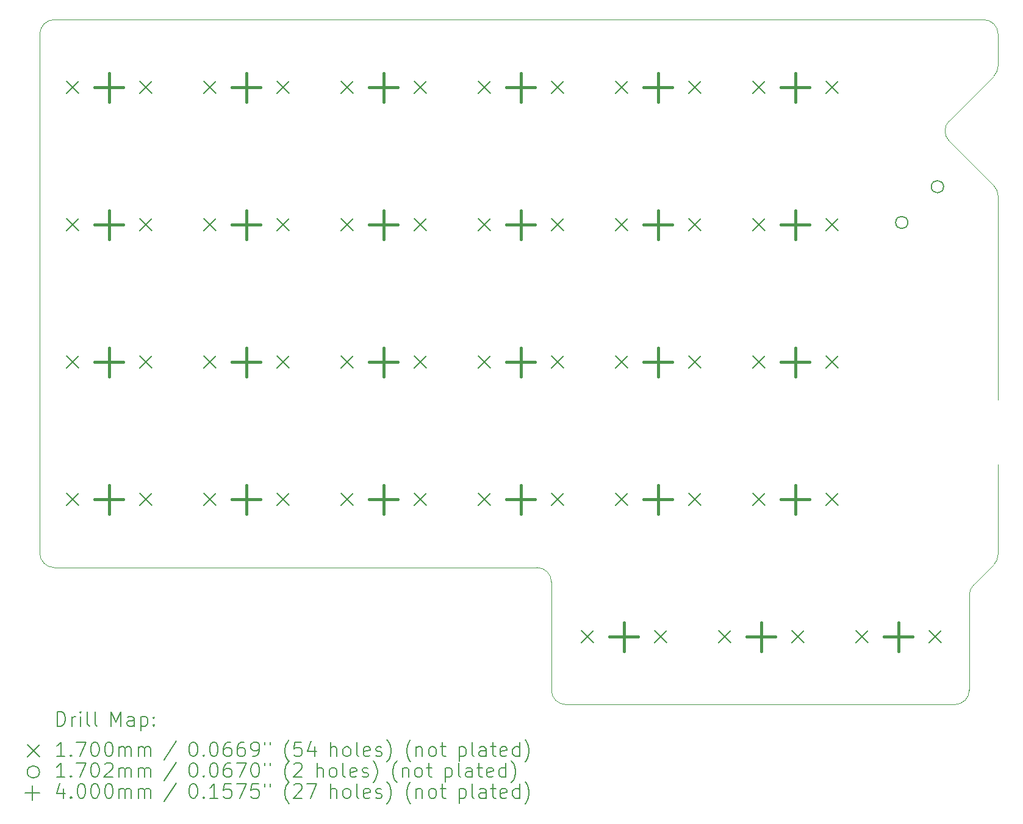
<source format=gbr>
%TF.GenerationSoftware,KiCad,Pcbnew,(7.0.0)*%
%TF.CreationDate,2024-01-17T20:31:43+01:00*%
%TF.ProjectId,junon-kb,6a756e6f-6e2d-46b6-922e-6b696361645f,rev?*%
%TF.SameCoordinates,Original*%
%TF.FileFunction,Drillmap*%
%TF.FilePolarity,Positive*%
%FSLAX45Y45*%
G04 Gerber Fmt 4.5, Leading zero omitted, Abs format (unit mm)*
G04 Created by KiCad (PCBNEW (7.0.0)) date 2024-01-17 20:31:43*
%MOMM*%
%LPD*%
G01*
G04 APERTURE LIST*
%ADD10C,0.100000*%
%ADD11C,0.200000*%
%ADD12C,0.170000*%
%ADD13C,0.170180*%
%ADD14C,0.400000*%
G04 APERTURE END LIST*
D10*
X20100003Y-6045685D02*
G75*
G03*
X20041421Y-5904264I-200003J-5D01*
G01*
X19421419Y-5001419D02*
G75*
G03*
X19421421Y-5284264I141421J-141421D01*
G01*
X20041421Y-4381421D02*
G75*
G03*
X20100000Y-4240000I-141421J141421D01*
G01*
X20100000Y-4240000D02*
X20100000Y-3800000D01*
X19421421Y-5001421D02*
X20041421Y-4381421D01*
X20041421Y-5904264D02*
X19421421Y-5284264D01*
X20100000Y-8870000D02*
X20100000Y-6045685D01*
X20100000Y-11017157D02*
X20100000Y-9770000D01*
X20100000Y-3800000D02*
G75*
G03*
X19900000Y-3600000I-200000J0D01*
G01*
X19700000Y-12900000D02*
X19700000Y-11582843D01*
X7000000Y-11200000D02*
X13700000Y-11200000D01*
X19758577Y-11441420D02*
G75*
G03*
X19700000Y-11582843I141423J-141420D01*
G01*
X7000000Y-3600000D02*
G75*
G03*
X6800000Y-3800000I0J-200000D01*
G01*
X20041423Y-11158580D02*
G75*
G03*
X20100000Y-11017157I-141423J141420D01*
G01*
X19900000Y-3600000D02*
X7000000Y-3600000D01*
X13900000Y-12900000D02*
G75*
G03*
X14100000Y-13100000I200000J0D01*
G01*
X6800000Y-3800000D02*
X6800000Y-11000000D01*
X13900000Y-11400000D02*
X13900000Y-12900000D01*
X13900000Y-11400000D02*
G75*
G03*
X13700000Y-11200000I-200000J0D01*
G01*
X14100000Y-13100000D02*
X19500000Y-13100000D01*
X19500000Y-13100000D02*
G75*
G03*
X19700000Y-12900000I0J200000D01*
G01*
X6800000Y-11000000D02*
G75*
G03*
X7000000Y-11200000I200000J0D01*
G01*
X19758579Y-11441421D02*
X20041421Y-11158579D01*
D11*
D12*
X7168000Y-4454000D02*
X7338000Y-4624000D01*
X7338000Y-4454000D02*
X7168000Y-4624000D01*
X7168000Y-6359000D02*
X7338000Y-6529000D01*
X7338000Y-6359000D02*
X7168000Y-6529000D01*
X7168000Y-8264000D02*
X7338000Y-8434000D01*
X7338000Y-8264000D02*
X7168000Y-8434000D01*
X7168000Y-10169000D02*
X7338000Y-10339000D01*
X7338000Y-10169000D02*
X7168000Y-10339000D01*
X8184000Y-4454000D02*
X8354000Y-4624000D01*
X8354000Y-4454000D02*
X8184000Y-4624000D01*
X8184000Y-6359000D02*
X8354000Y-6529000D01*
X8354000Y-6359000D02*
X8184000Y-6529000D01*
X8184000Y-8264000D02*
X8354000Y-8434000D01*
X8354000Y-8264000D02*
X8184000Y-8434000D01*
X8184000Y-10169000D02*
X8354000Y-10339000D01*
X8354000Y-10169000D02*
X8184000Y-10339000D01*
X9073000Y-4454000D02*
X9243000Y-4624000D01*
X9243000Y-4454000D02*
X9073000Y-4624000D01*
X9073000Y-6359000D02*
X9243000Y-6529000D01*
X9243000Y-6359000D02*
X9073000Y-6529000D01*
X9073000Y-8264000D02*
X9243000Y-8434000D01*
X9243000Y-8264000D02*
X9073000Y-8434000D01*
X9073000Y-10169000D02*
X9243000Y-10339000D01*
X9243000Y-10169000D02*
X9073000Y-10339000D01*
X10089000Y-4454000D02*
X10259000Y-4624000D01*
X10259000Y-4454000D02*
X10089000Y-4624000D01*
X10089000Y-6359000D02*
X10259000Y-6529000D01*
X10259000Y-6359000D02*
X10089000Y-6529000D01*
X10089000Y-8264000D02*
X10259000Y-8434000D01*
X10259000Y-8264000D02*
X10089000Y-8434000D01*
X10089000Y-10169000D02*
X10259000Y-10339000D01*
X10259000Y-10169000D02*
X10089000Y-10339000D01*
X10978000Y-4454000D02*
X11148000Y-4624000D01*
X11148000Y-4454000D02*
X10978000Y-4624000D01*
X10978000Y-6359000D02*
X11148000Y-6529000D01*
X11148000Y-6359000D02*
X10978000Y-6529000D01*
X10978000Y-8264000D02*
X11148000Y-8434000D01*
X11148000Y-8264000D02*
X10978000Y-8434000D01*
X10978000Y-10169000D02*
X11148000Y-10339000D01*
X11148000Y-10169000D02*
X10978000Y-10339000D01*
X11994000Y-4454000D02*
X12164000Y-4624000D01*
X12164000Y-4454000D02*
X11994000Y-4624000D01*
X11994000Y-6359000D02*
X12164000Y-6529000D01*
X12164000Y-6359000D02*
X11994000Y-6529000D01*
X11994000Y-8264000D02*
X12164000Y-8434000D01*
X12164000Y-8264000D02*
X11994000Y-8434000D01*
X11994000Y-10169000D02*
X12164000Y-10339000D01*
X12164000Y-10169000D02*
X11994000Y-10339000D01*
X12883000Y-4454000D02*
X13053000Y-4624000D01*
X13053000Y-4454000D02*
X12883000Y-4624000D01*
X12883000Y-6359000D02*
X13053000Y-6529000D01*
X13053000Y-6359000D02*
X12883000Y-6529000D01*
X12883000Y-8264000D02*
X13053000Y-8434000D01*
X13053000Y-8264000D02*
X12883000Y-8434000D01*
X12883000Y-10169000D02*
X13053000Y-10339000D01*
X13053000Y-10169000D02*
X12883000Y-10339000D01*
X13899000Y-4454000D02*
X14069000Y-4624000D01*
X14069000Y-4454000D02*
X13899000Y-4624000D01*
X13899000Y-6359000D02*
X14069000Y-6529000D01*
X14069000Y-6359000D02*
X13899000Y-6529000D01*
X13899000Y-8264000D02*
X14069000Y-8434000D01*
X14069000Y-8264000D02*
X13899000Y-8434000D01*
X13899000Y-10169000D02*
X14069000Y-10339000D01*
X14069000Y-10169000D02*
X13899000Y-10339000D01*
X14311750Y-12074000D02*
X14481750Y-12244000D01*
X14481750Y-12074000D02*
X14311750Y-12244000D01*
X14788000Y-4454000D02*
X14958000Y-4624000D01*
X14958000Y-4454000D02*
X14788000Y-4624000D01*
X14788000Y-6359000D02*
X14958000Y-6529000D01*
X14958000Y-6359000D02*
X14788000Y-6529000D01*
X14788000Y-8264000D02*
X14958000Y-8434000D01*
X14958000Y-8264000D02*
X14788000Y-8434000D01*
X14788000Y-10169000D02*
X14958000Y-10339000D01*
X14958000Y-10169000D02*
X14788000Y-10339000D01*
X15327750Y-12074000D02*
X15497750Y-12244000D01*
X15497750Y-12074000D02*
X15327750Y-12244000D01*
X15804000Y-4454000D02*
X15974000Y-4624000D01*
X15974000Y-4454000D02*
X15804000Y-4624000D01*
X15804000Y-6359000D02*
X15974000Y-6529000D01*
X15974000Y-6359000D02*
X15804000Y-6529000D01*
X15804000Y-8264000D02*
X15974000Y-8434000D01*
X15974000Y-8264000D02*
X15804000Y-8434000D01*
X15804000Y-10169000D02*
X15974000Y-10339000D01*
X15974000Y-10169000D02*
X15804000Y-10339000D01*
X16216750Y-12074000D02*
X16386750Y-12244000D01*
X16386750Y-12074000D02*
X16216750Y-12244000D01*
X16693000Y-4454000D02*
X16863000Y-4624000D01*
X16863000Y-4454000D02*
X16693000Y-4624000D01*
X16693000Y-6359000D02*
X16863000Y-6529000D01*
X16863000Y-6359000D02*
X16693000Y-6529000D01*
X16693000Y-8264000D02*
X16863000Y-8434000D01*
X16863000Y-8264000D02*
X16693000Y-8434000D01*
X16693000Y-10169000D02*
X16863000Y-10339000D01*
X16863000Y-10169000D02*
X16693000Y-10339000D01*
X17232750Y-12074000D02*
X17402750Y-12244000D01*
X17402750Y-12074000D02*
X17232750Y-12244000D01*
X17709000Y-4454000D02*
X17879000Y-4624000D01*
X17879000Y-4454000D02*
X17709000Y-4624000D01*
X17709000Y-6359000D02*
X17879000Y-6529000D01*
X17879000Y-6359000D02*
X17709000Y-6529000D01*
X17709000Y-8264000D02*
X17879000Y-8434000D01*
X17879000Y-8264000D02*
X17709000Y-8434000D01*
X17709000Y-10169000D02*
X17879000Y-10339000D01*
X17879000Y-10169000D02*
X17709000Y-10339000D01*
X18121750Y-12074000D02*
X18291750Y-12244000D01*
X18291750Y-12074000D02*
X18121750Y-12244000D01*
X19137750Y-12074000D02*
X19307750Y-12244000D01*
X19307750Y-12074000D02*
X19137750Y-12244000D01*
D13*
X18847496Y-6412820D02*
G75*
G03*
X18847496Y-6412820I-85090J0D01*
G01*
X19343206Y-5917110D02*
G75*
G03*
X19343206Y-5917110I-85090J0D01*
G01*
D14*
X7761000Y-4339000D02*
X7761000Y-4739000D01*
X7561000Y-4539000D02*
X7961000Y-4539000D01*
X7761000Y-6244000D02*
X7761000Y-6644000D01*
X7561000Y-6444000D02*
X7961000Y-6444000D01*
X7761000Y-8149000D02*
X7761000Y-8549000D01*
X7561000Y-8349000D02*
X7961000Y-8349000D01*
X7761000Y-10054000D02*
X7761000Y-10454000D01*
X7561000Y-10254000D02*
X7961000Y-10254000D01*
X9666000Y-4339000D02*
X9666000Y-4739000D01*
X9466000Y-4539000D02*
X9866000Y-4539000D01*
X9666000Y-6244000D02*
X9666000Y-6644000D01*
X9466000Y-6444000D02*
X9866000Y-6444000D01*
X9666000Y-8149000D02*
X9666000Y-8549000D01*
X9466000Y-8349000D02*
X9866000Y-8349000D01*
X9666000Y-10054000D02*
X9666000Y-10454000D01*
X9466000Y-10254000D02*
X9866000Y-10254000D01*
X11571000Y-4339000D02*
X11571000Y-4739000D01*
X11371000Y-4539000D02*
X11771000Y-4539000D01*
X11571000Y-6244000D02*
X11571000Y-6644000D01*
X11371000Y-6444000D02*
X11771000Y-6444000D01*
X11571000Y-8149000D02*
X11571000Y-8549000D01*
X11371000Y-8349000D02*
X11771000Y-8349000D01*
X11571000Y-10054000D02*
X11571000Y-10454000D01*
X11371000Y-10254000D02*
X11771000Y-10254000D01*
X13476000Y-4339000D02*
X13476000Y-4739000D01*
X13276000Y-4539000D02*
X13676000Y-4539000D01*
X13476000Y-6244000D02*
X13476000Y-6644000D01*
X13276000Y-6444000D02*
X13676000Y-6444000D01*
X13476000Y-8149000D02*
X13476000Y-8549000D01*
X13276000Y-8349000D02*
X13676000Y-8349000D01*
X13476000Y-10054000D02*
X13476000Y-10454000D01*
X13276000Y-10254000D02*
X13676000Y-10254000D01*
X14904750Y-11959000D02*
X14904750Y-12359000D01*
X14704750Y-12159000D02*
X15104750Y-12159000D01*
X15381000Y-4339000D02*
X15381000Y-4739000D01*
X15181000Y-4539000D02*
X15581000Y-4539000D01*
X15381000Y-6244000D02*
X15381000Y-6644000D01*
X15181000Y-6444000D02*
X15581000Y-6444000D01*
X15381000Y-8149000D02*
X15381000Y-8549000D01*
X15181000Y-8349000D02*
X15581000Y-8349000D01*
X15381000Y-10054000D02*
X15381000Y-10454000D01*
X15181000Y-10254000D02*
X15581000Y-10254000D01*
X16809750Y-11959000D02*
X16809750Y-12359000D01*
X16609750Y-12159000D02*
X17009750Y-12159000D01*
X17286000Y-4339000D02*
X17286000Y-4739000D01*
X17086000Y-4539000D02*
X17486000Y-4539000D01*
X17286000Y-6244000D02*
X17286000Y-6644000D01*
X17086000Y-6444000D02*
X17486000Y-6444000D01*
X17286000Y-8149000D02*
X17286000Y-8549000D01*
X17086000Y-8349000D02*
X17486000Y-8349000D01*
X17286000Y-10054000D02*
X17286000Y-10454000D01*
X17086000Y-10254000D02*
X17486000Y-10254000D01*
X18714750Y-11959000D02*
X18714750Y-12359000D01*
X18514750Y-12159000D02*
X18914750Y-12159000D01*
D11*
X7042619Y-13398476D02*
X7042619Y-13198476D01*
X7042619Y-13198476D02*
X7090238Y-13198476D01*
X7090238Y-13198476D02*
X7118809Y-13208000D01*
X7118809Y-13208000D02*
X7137857Y-13227048D01*
X7137857Y-13227048D02*
X7147381Y-13246095D01*
X7147381Y-13246095D02*
X7156905Y-13284190D01*
X7156905Y-13284190D02*
X7156905Y-13312762D01*
X7156905Y-13312762D02*
X7147381Y-13350857D01*
X7147381Y-13350857D02*
X7137857Y-13369905D01*
X7137857Y-13369905D02*
X7118809Y-13388952D01*
X7118809Y-13388952D02*
X7090238Y-13398476D01*
X7090238Y-13398476D02*
X7042619Y-13398476D01*
X7242619Y-13398476D02*
X7242619Y-13265143D01*
X7242619Y-13303238D02*
X7252143Y-13284190D01*
X7252143Y-13284190D02*
X7261667Y-13274667D01*
X7261667Y-13274667D02*
X7280714Y-13265143D01*
X7280714Y-13265143D02*
X7299762Y-13265143D01*
X7366428Y-13398476D02*
X7366428Y-13265143D01*
X7366428Y-13198476D02*
X7356905Y-13208000D01*
X7356905Y-13208000D02*
X7366428Y-13217524D01*
X7366428Y-13217524D02*
X7375952Y-13208000D01*
X7375952Y-13208000D02*
X7366428Y-13198476D01*
X7366428Y-13198476D02*
X7366428Y-13217524D01*
X7490238Y-13398476D02*
X7471190Y-13388952D01*
X7471190Y-13388952D02*
X7461667Y-13369905D01*
X7461667Y-13369905D02*
X7461667Y-13198476D01*
X7595000Y-13398476D02*
X7575952Y-13388952D01*
X7575952Y-13388952D02*
X7566428Y-13369905D01*
X7566428Y-13369905D02*
X7566428Y-13198476D01*
X7791190Y-13398476D02*
X7791190Y-13198476D01*
X7791190Y-13198476D02*
X7857857Y-13341333D01*
X7857857Y-13341333D02*
X7924524Y-13198476D01*
X7924524Y-13198476D02*
X7924524Y-13398476D01*
X8105476Y-13398476D02*
X8105476Y-13293714D01*
X8105476Y-13293714D02*
X8095952Y-13274667D01*
X8095952Y-13274667D02*
X8076905Y-13265143D01*
X8076905Y-13265143D02*
X8038809Y-13265143D01*
X8038809Y-13265143D02*
X8019762Y-13274667D01*
X8105476Y-13388952D02*
X8086428Y-13398476D01*
X8086428Y-13398476D02*
X8038809Y-13398476D01*
X8038809Y-13398476D02*
X8019762Y-13388952D01*
X8019762Y-13388952D02*
X8010238Y-13369905D01*
X8010238Y-13369905D02*
X8010238Y-13350857D01*
X8010238Y-13350857D02*
X8019762Y-13331809D01*
X8019762Y-13331809D02*
X8038809Y-13322286D01*
X8038809Y-13322286D02*
X8086428Y-13322286D01*
X8086428Y-13322286D02*
X8105476Y-13312762D01*
X8200714Y-13265143D02*
X8200714Y-13465143D01*
X8200714Y-13274667D02*
X8219762Y-13265143D01*
X8219762Y-13265143D02*
X8257857Y-13265143D01*
X8257857Y-13265143D02*
X8276905Y-13274667D01*
X8276905Y-13274667D02*
X8286428Y-13284190D01*
X8286428Y-13284190D02*
X8295952Y-13303238D01*
X8295952Y-13303238D02*
X8295952Y-13360381D01*
X8295952Y-13360381D02*
X8286428Y-13379428D01*
X8286428Y-13379428D02*
X8276905Y-13388952D01*
X8276905Y-13388952D02*
X8257857Y-13398476D01*
X8257857Y-13398476D02*
X8219762Y-13398476D01*
X8219762Y-13398476D02*
X8200714Y-13388952D01*
X8381667Y-13379428D02*
X8391190Y-13388952D01*
X8391190Y-13388952D02*
X8381667Y-13398476D01*
X8381667Y-13398476D02*
X8372143Y-13388952D01*
X8372143Y-13388952D02*
X8381667Y-13379428D01*
X8381667Y-13379428D02*
X8381667Y-13398476D01*
X8381667Y-13274667D02*
X8391190Y-13284190D01*
X8391190Y-13284190D02*
X8381667Y-13293714D01*
X8381667Y-13293714D02*
X8372143Y-13284190D01*
X8372143Y-13284190D02*
X8381667Y-13274667D01*
X8381667Y-13274667D02*
X8381667Y-13293714D01*
D12*
X6625000Y-13660000D02*
X6795000Y-13830000D01*
X6795000Y-13660000D02*
X6625000Y-13830000D01*
D11*
X7147381Y-13818476D02*
X7033095Y-13818476D01*
X7090238Y-13818476D02*
X7090238Y-13618476D01*
X7090238Y-13618476D02*
X7071190Y-13647048D01*
X7071190Y-13647048D02*
X7052143Y-13666095D01*
X7052143Y-13666095D02*
X7033095Y-13675619D01*
X7233095Y-13799428D02*
X7242619Y-13808952D01*
X7242619Y-13808952D02*
X7233095Y-13818476D01*
X7233095Y-13818476D02*
X7223571Y-13808952D01*
X7223571Y-13808952D02*
X7233095Y-13799428D01*
X7233095Y-13799428D02*
X7233095Y-13818476D01*
X7309286Y-13618476D02*
X7442619Y-13618476D01*
X7442619Y-13618476D02*
X7356905Y-13818476D01*
X7556905Y-13618476D02*
X7575952Y-13618476D01*
X7575952Y-13618476D02*
X7595000Y-13628000D01*
X7595000Y-13628000D02*
X7604524Y-13637524D01*
X7604524Y-13637524D02*
X7614048Y-13656571D01*
X7614048Y-13656571D02*
X7623571Y-13694667D01*
X7623571Y-13694667D02*
X7623571Y-13742286D01*
X7623571Y-13742286D02*
X7614048Y-13780381D01*
X7614048Y-13780381D02*
X7604524Y-13799428D01*
X7604524Y-13799428D02*
X7595000Y-13808952D01*
X7595000Y-13808952D02*
X7575952Y-13818476D01*
X7575952Y-13818476D02*
X7556905Y-13818476D01*
X7556905Y-13818476D02*
X7537857Y-13808952D01*
X7537857Y-13808952D02*
X7528333Y-13799428D01*
X7528333Y-13799428D02*
X7518809Y-13780381D01*
X7518809Y-13780381D02*
X7509286Y-13742286D01*
X7509286Y-13742286D02*
X7509286Y-13694667D01*
X7509286Y-13694667D02*
X7518809Y-13656571D01*
X7518809Y-13656571D02*
X7528333Y-13637524D01*
X7528333Y-13637524D02*
X7537857Y-13628000D01*
X7537857Y-13628000D02*
X7556905Y-13618476D01*
X7747381Y-13618476D02*
X7766429Y-13618476D01*
X7766429Y-13618476D02*
X7785476Y-13628000D01*
X7785476Y-13628000D02*
X7795000Y-13637524D01*
X7795000Y-13637524D02*
X7804524Y-13656571D01*
X7804524Y-13656571D02*
X7814048Y-13694667D01*
X7814048Y-13694667D02*
X7814048Y-13742286D01*
X7814048Y-13742286D02*
X7804524Y-13780381D01*
X7804524Y-13780381D02*
X7795000Y-13799428D01*
X7795000Y-13799428D02*
X7785476Y-13808952D01*
X7785476Y-13808952D02*
X7766429Y-13818476D01*
X7766429Y-13818476D02*
X7747381Y-13818476D01*
X7747381Y-13818476D02*
X7728333Y-13808952D01*
X7728333Y-13808952D02*
X7718809Y-13799428D01*
X7718809Y-13799428D02*
X7709286Y-13780381D01*
X7709286Y-13780381D02*
X7699762Y-13742286D01*
X7699762Y-13742286D02*
X7699762Y-13694667D01*
X7699762Y-13694667D02*
X7709286Y-13656571D01*
X7709286Y-13656571D02*
X7718809Y-13637524D01*
X7718809Y-13637524D02*
X7728333Y-13628000D01*
X7728333Y-13628000D02*
X7747381Y-13618476D01*
X7899762Y-13818476D02*
X7899762Y-13685143D01*
X7899762Y-13704190D02*
X7909286Y-13694667D01*
X7909286Y-13694667D02*
X7928333Y-13685143D01*
X7928333Y-13685143D02*
X7956905Y-13685143D01*
X7956905Y-13685143D02*
X7975952Y-13694667D01*
X7975952Y-13694667D02*
X7985476Y-13713714D01*
X7985476Y-13713714D02*
X7985476Y-13818476D01*
X7985476Y-13713714D02*
X7995000Y-13694667D01*
X7995000Y-13694667D02*
X8014048Y-13685143D01*
X8014048Y-13685143D02*
X8042619Y-13685143D01*
X8042619Y-13685143D02*
X8061667Y-13694667D01*
X8061667Y-13694667D02*
X8071190Y-13713714D01*
X8071190Y-13713714D02*
X8071190Y-13818476D01*
X8166429Y-13818476D02*
X8166429Y-13685143D01*
X8166429Y-13704190D02*
X8175952Y-13694667D01*
X8175952Y-13694667D02*
X8195000Y-13685143D01*
X8195000Y-13685143D02*
X8223571Y-13685143D01*
X8223571Y-13685143D02*
X8242619Y-13694667D01*
X8242619Y-13694667D02*
X8252143Y-13713714D01*
X8252143Y-13713714D02*
X8252143Y-13818476D01*
X8252143Y-13713714D02*
X8261667Y-13694667D01*
X8261667Y-13694667D02*
X8280714Y-13685143D01*
X8280714Y-13685143D02*
X8309286Y-13685143D01*
X8309286Y-13685143D02*
X8328333Y-13694667D01*
X8328333Y-13694667D02*
X8337857Y-13713714D01*
X8337857Y-13713714D02*
X8337857Y-13818476D01*
X8695952Y-13608952D02*
X8524524Y-13866095D01*
X8920714Y-13618476D02*
X8939762Y-13618476D01*
X8939762Y-13618476D02*
X8958810Y-13628000D01*
X8958810Y-13628000D02*
X8968333Y-13637524D01*
X8968333Y-13637524D02*
X8977857Y-13656571D01*
X8977857Y-13656571D02*
X8987381Y-13694667D01*
X8987381Y-13694667D02*
X8987381Y-13742286D01*
X8987381Y-13742286D02*
X8977857Y-13780381D01*
X8977857Y-13780381D02*
X8968333Y-13799428D01*
X8968333Y-13799428D02*
X8958810Y-13808952D01*
X8958810Y-13808952D02*
X8939762Y-13818476D01*
X8939762Y-13818476D02*
X8920714Y-13818476D01*
X8920714Y-13818476D02*
X8901667Y-13808952D01*
X8901667Y-13808952D02*
X8892143Y-13799428D01*
X8892143Y-13799428D02*
X8882619Y-13780381D01*
X8882619Y-13780381D02*
X8873095Y-13742286D01*
X8873095Y-13742286D02*
X8873095Y-13694667D01*
X8873095Y-13694667D02*
X8882619Y-13656571D01*
X8882619Y-13656571D02*
X8892143Y-13637524D01*
X8892143Y-13637524D02*
X8901667Y-13628000D01*
X8901667Y-13628000D02*
X8920714Y-13618476D01*
X9073095Y-13799428D02*
X9082619Y-13808952D01*
X9082619Y-13808952D02*
X9073095Y-13818476D01*
X9073095Y-13818476D02*
X9063572Y-13808952D01*
X9063572Y-13808952D02*
X9073095Y-13799428D01*
X9073095Y-13799428D02*
X9073095Y-13818476D01*
X9206429Y-13618476D02*
X9225476Y-13618476D01*
X9225476Y-13618476D02*
X9244524Y-13628000D01*
X9244524Y-13628000D02*
X9254048Y-13637524D01*
X9254048Y-13637524D02*
X9263572Y-13656571D01*
X9263572Y-13656571D02*
X9273095Y-13694667D01*
X9273095Y-13694667D02*
X9273095Y-13742286D01*
X9273095Y-13742286D02*
X9263572Y-13780381D01*
X9263572Y-13780381D02*
X9254048Y-13799428D01*
X9254048Y-13799428D02*
X9244524Y-13808952D01*
X9244524Y-13808952D02*
X9225476Y-13818476D01*
X9225476Y-13818476D02*
X9206429Y-13818476D01*
X9206429Y-13818476D02*
X9187381Y-13808952D01*
X9187381Y-13808952D02*
X9177857Y-13799428D01*
X9177857Y-13799428D02*
X9168333Y-13780381D01*
X9168333Y-13780381D02*
X9158810Y-13742286D01*
X9158810Y-13742286D02*
X9158810Y-13694667D01*
X9158810Y-13694667D02*
X9168333Y-13656571D01*
X9168333Y-13656571D02*
X9177857Y-13637524D01*
X9177857Y-13637524D02*
X9187381Y-13628000D01*
X9187381Y-13628000D02*
X9206429Y-13618476D01*
X9444524Y-13618476D02*
X9406429Y-13618476D01*
X9406429Y-13618476D02*
X9387381Y-13628000D01*
X9387381Y-13628000D02*
X9377857Y-13637524D01*
X9377857Y-13637524D02*
X9358810Y-13666095D01*
X9358810Y-13666095D02*
X9349286Y-13704190D01*
X9349286Y-13704190D02*
X9349286Y-13780381D01*
X9349286Y-13780381D02*
X9358810Y-13799428D01*
X9358810Y-13799428D02*
X9368333Y-13808952D01*
X9368333Y-13808952D02*
X9387381Y-13818476D01*
X9387381Y-13818476D02*
X9425476Y-13818476D01*
X9425476Y-13818476D02*
X9444524Y-13808952D01*
X9444524Y-13808952D02*
X9454048Y-13799428D01*
X9454048Y-13799428D02*
X9463572Y-13780381D01*
X9463572Y-13780381D02*
X9463572Y-13732762D01*
X9463572Y-13732762D02*
X9454048Y-13713714D01*
X9454048Y-13713714D02*
X9444524Y-13704190D01*
X9444524Y-13704190D02*
X9425476Y-13694667D01*
X9425476Y-13694667D02*
X9387381Y-13694667D01*
X9387381Y-13694667D02*
X9368333Y-13704190D01*
X9368333Y-13704190D02*
X9358810Y-13713714D01*
X9358810Y-13713714D02*
X9349286Y-13732762D01*
X9635000Y-13618476D02*
X9596905Y-13618476D01*
X9596905Y-13618476D02*
X9577857Y-13628000D01*
X9577857Y-13628000D02*
X9568333Y-13637524D01*
X9568333Y-13637524D02*
X9549286Y-13666095D01*
X9549286Y-13666095D02*
X9539762Y-13704190D01*
X9539762Y-13704190D02*
X9539762Y-13780381D01*
X9539762Y-13780381D02*
X9549286Y-13799428D01*
X9549286Y-13799428D02*
X9558810Y-13808952D01*
X9558810Y-13808952D02*
X9577857Y-13818476D01*
X9577857Y-13818476D02*
X9615953Y-13818476D01*
X9615953Y-13818476D02*
X9635000Y-13808952D01*
X9635000Y-13808952D02*
X9644524Y-13799428D01*
X9644524Y-13799428D02*
X9654048Y-13780381D01*
X9654048Y-13780381D02*
X9654048Y-13732762D01*
X9654048Y-13732762D02*
X9644524Y-13713714D01*
X9644524Y-13713714D02*
X9635000Y-13704190D01*
X9635000Y-13704190D02*
X9615953Y-13694667D01*
X9615953Y-13694667D02*
X9577857Y-13694667D01*
X9577857Y-13694667D02*
X9558810Y-13704190D01*
X9558810Y-13704190D02*
X9549286Y-13713714D01*
X9549286Y-13713714D02*
X9539762Y-13732762D01*
X9749286Y-13818476D02*
X9787381Y-13818476D01*
X9787381Y-13818476D02*
X9806429Y-13808952D01*
X9806429Y-13808952D02*
X9815953Y-13799428D01*
X9815953Y-13799428D02*
X9835000Y-13770857D01*
X9835000Y-13770857D02*
X9844524Y-13732762D01*
X9844524Y-13732762D02*
X9844524Y-13656571D01*
X9844524Y-13656571D02*
X9835000Y-13637524D01*
X9835000Y-13637524D02*
X9825476Y-13628000D01*
X9825476Y-13628000D02*
X9806429Y-13618476D01*
X9806429Y-13618476D02*
X9768333Y-13618476D01*
X9768333Y-13618476D02*
X9749286Y-13628000D01*
X9749286Y-13628000D02*
X9739762Y-13637524D01*
X9739762Y-13637524D02*
X9730238Y-13656571D01*
X9730238Y-13656571D02*
X9730238Y-13704190D01*
X9730238Y-13704190D02*
X9739762Y-13723238D01*
X9739762Y-13723238D02*
X9749286Y-13732762D01*
X9749286Y-13732762D02*
X9768333Y-13742286D01*
X9768333Y-13742286D02*
X9806429Y-13742286D01*
X9806429Y-13742286D02*
X9825476Y-13732762D01*
X9825476Y-13732762D02*
X9835000Y-13723238D01*
X9835000Y-13723238D02*
X9844524Y-13704190D01*
X9920714Y-13618476D02*
X9920714Y-13656571D01*
X9996905Y-13618476D02*
X9996905Y-13656571D01*
X10259762Y-13894667D02*
X10250238Y-13885143D01*
X10250238Y-13885143D02*
X10231191Y-13856571D01*
X10231191Y-13856571D02*
X10221667Y-13837524D01*
X10221667Y-13837524D02*
X10212143Y-13808952D01*
X10212143Y-13808952D02*
X10202619Y-13761333D01*
X10202619Y-13761333D02*
X10202619Y-13723238D01*
X10202619Y-13723238D02*
X10212143Y-13675619D01*
X10212143Y-13675619D02*
X10221667Y-13647048D01*
X10221667Y-13647048D02*
X10231191Y-13628000D01*
X10231191Y-13628000D02*
X10250238Y-13599428D01*
X10250238Y-13599428D02*
X10259762Y-13589905D01*
X10431191Y-13618476D02*
X10335953Y-13618476D01*
X10335953Y-13618476D02*
X10326429Y-13713714D01*
X10326429Y-13713714D02*
X10335953Y-13704190D01*
X10335953Y-13704190D02*
X10355000Y-13694667D01*
X10355000Y-13694667D02*
X10402619Y-13694667D01*
X10402619Y-13694667D02*
X10421667Y-13704190D01*
X10421667Y-13704190D02*
X10431191Y-13713714D01*
X10431191Y-13713714D02*
X10440714Y-13732762D01*
X10440714Y-13732762D02*
X10440714Y-13780381D01*
X10440714Y-13780381D02*
X10431191Y-13799428D01*
X10431191Y-13799428D02*
X10421667Y-13808952D01*
X10421667Y-13808952D02*
X10402619Y-13818476D01*
X10402619Y-13818476D02*
X10355000Y-13818476D01*
X10355000Y-13818476D02*
X10335953Y-13808952D01*
X10335953Y-13808952D02*
X10326429Y-13799428D01*
X10612143Y-13685143D02*
X10612143Y-13818476D01*
X10564524Y-13608952D02*
X10516905Y-13751809D01*
X10516905Y-13751809D02*
X10640714Y-13751809D01*
X10836905Y-13818476D02*
X10836905Y-13618476D01*
X10922619Y-13818476D02*
X10922619Y-13713714D01*
X10922619Y-13713714D02*
X10913095Y-13694667D01*
X10913095Y-13694667D02*
X10894048Y-13685143D01*
X10894048Y-13685143D02*
X10865476Y-13685143D01*
X10865476Y-13685143D02*
X10846429Y-13694667D01*
X10846429Y-13694667D02*
X10836905Y-13704190D01*
X11046429Y-13818476D02*
X11027381Y-13808952D01*
X11027381Y-13808952D02*
X11017857Y-13799428D01*
X11017857Y-13799428D02*
X11008334Y-13780381D01*
X11008334Y-13780381D02*
X11008334Y-13723238D01*
X11008334Y-13723238D02*
X11017857Y-13704190D01*
X11017857Y-13704190D02*
X11027381Y-13694667D01*
X11027381Y-13694667D02*
X11046429Y-13685143D01*
X11046429Y-13685143D02*
X11075000Y-13685143D01*
X11075000Y-13685143D02*
X11094048Y-13694667D01*
X11094048Y-13694667D02*
X11103572Y-13704190D01*
X11103572Y-13704190D02*
X11113095Y-13723238D01*
X11113095Y-13723238D02*
X11113095Y-13780381D01*
X11113095Y-13780381D02*
X11103572Y-13799428D01*
X11103572Y-13799428D02*
X11094048Y-13808952D01*
X11094048Y-13808952D02*
X11075000Y-13818476D01*
X11075000Y-13818476D02*
X11046429Y-13818476D01*
X11227381Y-13818476D02*
X11208333Y-13808952D01*
X11208333Y-13808952D02*
X11198810Y-13789905D01*
X11198810Y-13789905D02*
X11198810Y-13618476D01*
X11379762Y-13808952D02*
X11360714Y-13818476D01*
X11360714Y-13818476D02*
X11322619Y-13818476D01*
X11322619Y-13818476D02*
X11303572Y-13808952D01*
X11303572Y-13808952D02*
X11294048Y-13789905D01*
X11294048Y-13789905D02*
X11294048Y-13713714D01*
X11294048Y-13713714D02*
X11303572Y-13694667D01*
X11303572Y-13694667D02*
X11322619Y-13685143D01*
X11322619Y-13685143D02*
X11360714Y-13685143D01*
X11360714Y-13685143D02*
X11379762Y-13694667D01*
X11379762Y-13694667D02*
X11389286Y-13713714D01*
X11389286Y-13713714D02*
X11389286Y-13732762D01*
X11389286Y-13732762D02*
X11294048Y-13751809D01*
X11465476Y-13808952D02*
X11484524Y-13818476D01*
X11484524Y-13818476D02*
X11522619Y-13818476D01*
X11522619Y-13818476D02*
X11541667Y-13808952D01*
X11541667Y-13808952D02*
X11551191Y-13789905D01*
X11551191Y-13789905D02*
X11551191Y-13780381D01*
X11551191Y-13780381D02*
X11541667Y-13761333D01*
X11541667Y-13761333D02*
X11522619Y-13751809D01*
X11522619Y-13751809D02*
X11494048Y-13751809D01*
X11494048Y-13751809D02*
X11475000Y-13742286D01*
X11475000Y-13742286D02*
X11465476Y-13723238D01*
X11465476Y-13723238D02*
X11465476Y-13713714D01*
X11465476Y-13713714D02*
X11475000Y-13694667D01*
X11475000Y-13694667D02*
X11494048Y-13685143D01*
X11494048Y-13685143D02*
X11522619Y-13685143D01*
X11522619Y-13685143D02*
X11541667Y-13694667D01*
X11617857Y-13894667D02*
X11627381Y-13885143D01*
X11627381Y-13885143D02*
X11646429Y-13856571D01*
X11646429Y-13856571D02*
X11655953Y-13837524D01*
X11655953Y-13837524D02*
X11665476Y-13808952D01*
X11665476Y-13808952D02*
X11675000Y-13761333D01*
X11675000Y-13761333D02*
X11675000Y-13723238D01*
X11675000Y-13723238D02*
X11665476Y-13675619D01*
X11665476Y-13675619D02*
X11655953Y-13647048D01*
X11655953Y-13647048D02*
X11646429Y-13628000D01*
X11646429Y-13628000D02*
X11627381Y-13599428D01*
X11627381Y-13599428D02*
X11617857Y-13589905D01*
X11947381Y-13894667D02*
X11937857Y-13885143D01*
X11937857Y-13885143D02*
X11918810Y-13856571D01*
X11918810Y-13856571D02*
X11909286Y-13837524D01*
X11909286Y-13837524D02*
X11899762Y-13808952D01*
X11899762Y-13808952D02*
X11890238Y-13761333D01*
X11890238Y-13761333D02*
X11890238Y-13723238D01*
X11890238Y-13723238D02*
X11899762Y-13675619D01*
X11899762Y-13675619D02*
X11909286Y-13647048D01*
X11909286Y-13647048D02*
X11918810Y-13628000D01*
X11918810Y-13628000D02*
X11937857Y-13599428D01*
X11937857Y-13599428D02*
X11947381Y-13589905D01*
X12023572Y-13685143D02*
X12023572Y-13818476D01*
X12023572Y-13704190D02*
X12033095Y-13694667D01*
X12033095Y-13694667D02*
X12052143Y-13685143D01*
X12052143Y-13685143D02*
X12080714Y-13685143D01*
X12080714Y-13685143D02*
X12099762Y-13694667D01*
X12099762Y-13694667D02*
X12109286Y-13713714D01*
X12109286Y-13713714D02*
X12109286Y-13818476D01*
X12233095Y-13818476D02*
X12214048Y-13808952D01*
X12214048Y-13808952D02*
X12204524Y-13799428D01*
X12204524Y-13799428D02*
X12195000Y-13780381D01*
X12195000Y-13780381D02*
X12195000Y-13723238D01*
X12195000Y-13723238D02*
X12204524Y-13704190D01*
X12204524Y-13704190D02*
X12214048Y-13694667D01*
X12214048Y-13694667D02*
X12233095Y-13685143D01*
X12233095Y-13685143D02*
X12261667Y-13685143D01*
X12261667Y-13685143D02*
X12280714Y-13694667D01*
X12280714Y-13694667D02*
X12290238Y-13704190D01*
X12290238Y-13704190D02*
X12299762Y-13723238D01*
X12299762Y-13723238D02*
X12299762Y-13780381D01*
X12299762Y-13780381D02*
X12290238Y-13799428D01*
X12290238Y-13799428D02*
X12280714Y-13808952D01*
X12280714Y-13808952D02*
X12261667Y-13818476D01*
X12261667Y-13818476D02*
X12233095Y-13818476D01*
X12356905Y-13685143D02*
X12433095Y-13685143D01*
X12385476Y-13618476D02*
X12385476Y-13789905D01*
X12385476Y-13789905D02*
X12395000Y-13808952D01*
X12395000Y-13808952D02*
X12414048Y-13818476D01*
X12414048Y-13818476D02*
X12433095Y-13818476D01*
X12619762Y-13685143D02*
X12619762Y-13885143D01*
X12619762Y-13694667D02*
X12638810Y-13685143D01*
X12638810Y-13685143D02*
X12676905Y-13685143D01*
X12676905Y-13685143D02*
X12695953Y-13694667D01*
X12695953Y-13694667D02*
X12705476Y-13704190D01*
X12705476Y-13704190D02*
X12715000Y-13723238D01*
X12715000Y-13723238D02*
X12715000Y-13780381D01*
X12715000Y-13780381D02*
X12705476Y-13799428D01*
X12705476Y-13799428D02*
X12695953Y-13808952D01*
X12695953Y-13808952D02*
X12676905Y-13818476D01*
X12676905Y-13818476D02*
X12638810Y-13818476D01*
X12638810Y-13818476D02*
X12619762Y-13808952D01*
X12829286Y-13818476D02*
X12810238Y-13808952D01*
X12810238Y-13808952D02*
X12800714Y-13789905D01*
X12800714Y-13789905D02*
X12800714Y-13618476D01*
X12991191Y-13818476D02*
X12991191Y-13713714D01*
X12991191Y-13713714D02*
X12981667Y-13694667D01*
X12981667Y-13694667D02*
X12962619Y-13685143D01*
X12962619Y-13685143D02*
X12924524Y-13685143D01*
X12924524Y-13685143D02*
X12905476Y-13694667D01*
X12991191Y-13808952D02*
X12972143Y-13818476D01*
X12972143Y-13818476D02*
X12924524Y-13818476D01*
X12924524Y-13818476D02*
X12905476Y-13808952D01*
X12905476Y-13808952D02*
X12895953Y-13789905D01*
X12895953Y-13789905D02*
X12895953Y-13770857D01*
X12895953Y-13770857D02*
X12905476Y-13751809D01*
X12905476Y-13751809D02*
X12924524Y-13742286D01*
X12924524Y-13742286D02*
X12972143Y-13742286D01*
X12972143Y-13742286D02*
X12991191Y-13732762D01*
X13057857Y-13685143D02*
X13134048Y-13685143D01*
X13086429Y-13618476D02*
X13086429Y-13789905D01*
X13086429Y-13789905D02*
X13095953Y-13808952D01*
X13095953Y-13808952D02*
X13115000Y-13818476D01*
X13115000Y-13818476D02*
X13134048Y-13818476D01*
X13276905Y-13808952D02*
X13257857Y-13818476D01*
X13257857Y-13818476D02*
X13219762Y-13818476D01*
X13219762Y-13818476D02*
X13200714Y-13808952D01*
X13200714Y-13808952D02*
X13191191Y-13789905D01*
X13191191Y-13789905D02*
X13191191Y-13713714D01*
X13191191Y-13713714D02*
X13200714Y-13694667D01*
X13200714Y-13694667D02*
X13219762Y-13685143D01*
X13219762Y-13685143D02*
X13257857Y-13685143D01*
X13257857Y-13685143D02*
X13276905Y-13694667D01*
X13276905Y-13694667D02*
X13286429Y-13713714D01*
X13286429Y-13713714D02*
X13286429Y-13732762D01*
X13286429Y-13732762D02*
X13191191Y-13751809D01*
X13457857Y-13818476D02*
X13457857Y-13618476D01*
X13457857Y-13808952D02*
X13438810Y-13818476D01*
X13438810Y-13818476D02*
X13400714Y-13818476D01*
X13400714Y-13818476D02*
X13381667Y-13808952D01*
X13381667Y-13808952D02*
X13372143Y-13799428D01*
X13372143Y-13799428D02*
X13362619Y-13780381D01*
X13362619Y-13780381D02*
X13362619Y-13723238D01*
X13362619Y-13723238D02*
X13372143Y-13704190D01*
X13372143Y-13704190D02*
X13381667Y-13694667D01*
X13381667Y-13694667D02*
X13400714Y-13685143D01*
X13400714Y-13685143D02*
X13438810Y-13685143D01*
X13438810Y-13685143D02*
X13457857Y-13694667D01*
X13534048Y-13894667D02*
X13543572Y-13885143D01*
X13543572Y-13885143D02*
X13562619Y-13856571D01*
X13562619Y-13856571D02*
X13572143Y-13837524D01*
X13572143Y-13837524D02*
X13581667Y-13808952D01*
X13581667Y-13808952D02*
X13591191Y-13761333D01*
X13591191Y-13761333D02*
X13591191Y-13723238D01*
X13591191Y-13723238D02*
X13581667Y-13675619D01*
X13581667Y-13675619D02*
X13572143Y-13647048D01*
X13572143Y-13647048D02*
X13562619Y-13628000D01*
X13562619Y-13628000D02*
X13543572Y-13599428D01*
X13543572Y-13599428D02*
X13534048Y-13589905D01*
D13*
X6795000Y-14035000D02*
G75*
G03*
X6795000Y-14035000I-85090J0D01*
G01*
D11*
X7147381Y-14108476D02*
X7033095Y-14108476D01*
X7090238Y-14108476D02*
X7090238Y-13908476D01*
X7090238Y-13908476D02*
X7071190Y-13937048D01*
X7071190Y-13937048D02*
X7052143Y-13956095D01*
X7052143Y-13956095D02*
X7033095Y-13965619D01*
X7233095Y-14089428D02*
X7242619Y-14098952D01*
X7242619Y-14098952D02*
X7233095Y-14108476D01*
X7233095Y-14108476D02*
X7223571Y-14098952D01*
X7223571Y-14098952D02*
X7233095Y-14089428D01*
X7233095Y-14089428D02*
X7233095Y-14108476D01*
X7309286Y-13908476D02*
X7442619Y-13908476D01*
X7442619Y-13908476D02*
X7356905Y-14108476D01*
X7556905Y-13908476D02*
X7575952Y-13908476D01*
X7575952Y-13908476D02*
X7595000Y-13918000D01*
X7595000Y-13918000D02*
X7604524Y-13927524D01*
X7604524Y-13927524D02*
X7614048Y-13946571D01*
X7614048Y-13946571D02*
X7623571Y-13984667D01*
X7623571Y-13984667D02*
X7623571Y-14032286D01*
X7623571Y-14032286D02*
X7614048Y-14070381D01*
X7614048Y-14070381D02*
X7604524Y-14089428D01*
X7604524Y-14089428D02*
X7595000Y-14098952D01*
X7595000Y-14098952D02*
X7575952Y-14108476D01*
X7575952Y-14108476D02*
X7556905Y-14108476D01*
X7556905Y-14108476D02*
X7537857Y-14098952D01*
X7537857Y-14098952D02*
X7528333Y-14089428D01*
X7528333Y-14089428D02*
X7518809Y-14070381D01*
X7518809Y-14070381D02*
X7509286Y-14032286D01*
X7509286Y-14032286D02*
X7509286Y-13984667D01*
X7509286Y-13984667D02*
X7518809Y-13946571D01*
X7518809Y-13946571D02*
X7528333Y-13927524D01*
X7528333Y-13927524D02*
X7537857Y-13918000D01*
X7537857Y-13918000D02*
X7556905Y-13908476D01*
X7699762Y-13927524D02*
X7709286Y-13918000D01*
X7709286Y-13918000D02*
X7728333Y-13908476D01*
X7728333Y-13908476D02*
X7775952Y-13908476D01*
X7775952Y-13908476D02*
X7795000Y-13918000D01*
X7795000Y-13918000D02*
X7804524Y-13927524D01*
X7804524Y-13927524D02*
X7814048Y-13946571D01*
X7814048Y-13946571D02*
X7814048Y-13965619D01*
X7814048Y-13965619D02*
X7804524Y-13994190D01*
X7804524Y-13994190D02*
X7690238Y-14108476D01*
X7690238Y-14108476D02*
X7814048Y-14108476D01*
X7899762Y-14108476D02*
X7899762Y-13975143D01*
X7899762Y-13994190D02*
X7909286Y-13984667D01*
X7909286Y-13984667D02*
X7928333Y-13975143D01*
X7928333Y-13975143D02*
X7956905Y-13975143D01*
X7956905Y-13975143D02*
X7975952Y-13984667D01*
X7975952Y-13984667D02*
X7985476Y-14003714D01*
X7985476Y-14003714D02*
X7985476Y-14108476D01*
X7985476Y-14003714D02*
X7995000Y-13984667D01*
X7995000Y-13984667D02*
X8014048Y-13975143D01*
X8014048Y-13975143D02*
X8042619Y-13975143D01*
X8042619Y-13975143D02*
X8061667Y-13984667D01*
X8061667Y-13984667D02*
X8071190Y-14003714D01*
X8071190Y-14003714D02*
X8071190Y-14108476D01*
X8166429Y-14108476D02*
X8166429Y-13975143D01*
X8166429Y-13994190D02*
X8175952Y-13984667D01*
X8175952Y-13984667D02*
X8195000Y-13975143D01*
X8195000Y-13975143D02*
X8223571Y-13975143D01*
X8223571Y-13975143D02*
X8242619Y-13984667D01*
X8242619Y-13984667D02*
X8252143Y-14003714D01*
X8252143Y-14003714D02*
X8252143Y-14108476D01*
X8252143Y-14003714D02*
X8261667Y-13984667D01*
X8261667Y-13984667D02*
X8280714Y-13975143D01*
X8280714Y-13975143D02*
X8309286Y-13975143D01*
X8309286Y-13975143D02*
X8328333Y-13984667D01*
X8328333Y-13984667D02*
X8337857Y-14003714D01*
X8337857Y-14003714D02*
X8337857Y-14108476D01*
X8695952Y-13898952D02*
X8524524Y-14156095D01*
X8920714Y-13908476D02*
X8939762Y-13908476D01*
X8939762Y-13908476D02*
X8958810Y-13918000D01*
X8958810Y-13918000D02*
X8968333Y-13927524D01*
X8968333Y-13927524D02*
X8977857Y-13946571D01*
X8977857Y-13946571D02*
X8987381Y-13984667D01*
X8987381Y-13984667D02*
X8987381Y-14032286D01*
X8987381Y-14032286D02*
X8977857Y-14070381D01*
X8977857Y-14070381D02*
X8968333Y-14089428D01*
X8968333Y-14089428D02*
X8958810Y-14098952D01*
X8958810Y-14098952D02*
X8939762Y-14108476D01*
X8939762Y-14108476D02*
X8920714Y-14108476D01*
X8920714Y-14108476D02*
X8901667Y-14098952D01*
X8901667Y-14098952D02*
X8892143Y-14089428D01*
X8892143Y-14089428D02*
X8882619Y-14070381D01*
X8882619Y-14070381D02*
X8873095Y-14032286D01*
X8873095Y-14032286D02*
X8873095Y-13984667D01*
X8873095Y-13984667D02*
X8882619Y-13946571D01*
X8882619Y-13946571D02*
X8892143Y-13927524D01*
X8892143Y-13927524D02*
X8901667Y-13918000D01*
X8901667Y-13918000D02*
X8920714Y-13908476D01*
X9073095Y-14089428D02*
X9082619Y-14098952D01*
X9082619Y-14098952D02*
X9073095Y-14108476D01*
X9073095Y-14108476D02*
X9063572Y-14098952D01*
X9063572Y-14098952D02*
X9073095Y-14089428D01*
X9073095Y-14089428D02*
X9073095Y-14108476D01*
X9206429Y-13908476D02*
X9225476Y-13908476D01*
X9225476Y-13908476D02*
X9244524Y-13918000D01*
X9244524Y-13918000D02*
X9254048Y-13927524D01*
X9254048Y-13927524D02*
X9263572Y-13946571D01*
X9263572Y-13946571D02*
X9273095Y-13984667D01*
X9273095Y-13984667D02*
X9273095Y-14032286D01*
X9273095Y-14032286D02*
X9263572Y-14070381D01*
X9263572Y-14070381D02*
X9254048Y-14089428D01*
X9254048Y-14089428D02*
X9244524Y-14098952D01*
X9244524Y-14098952D02*
X9225476Y-14108476D01*
X9225476Y-14108476D02*
X9206429Y-14108476D01*
X9206429Y-14108476D02*
X9187381Y-14098952D01*
X9187381Y-14098952D02*
X9177857Y-14089428D01*
X9177857Y-14089428D02*
X9168333Y-14070381D01*
X9168333Y-14070381D02*
X9158810Y-14032286D01*
X9158810Y-14032286D02*
X9158810Y-13984667D01*
X9158810Y-13984667D02*
X9168333Y-13946571D01*
X9168333Y-13946571D02*
X9177857Y-13927524D01*
X9177857Y-13927524D02*
X9187381Y-13918000D01*
X9187381Y-13918000D02*
X9206429Y-13908476D01*
X9444524Y-13908476D02*
X9406429Y-13908476D01*
X9406429Y-13908476D02*
X9387381Y-13918000D01*
X9387381Y-13918000D02*
X9377857Y-13927524D01*
X9377857Y-13927524D02*
X9358810Y-13956095D01*
X9358810Y-13956095D02*
X9349286Y-13994190D01*
X9349286Y-13994190D02*
X9349286Y-14070381D01*
X9349286Y-14070381D02*
X9358810Y-14089428D01*
X9358810Y-14089428D02*
X9368333Y-14098952D01*
X9368333Y-14098952D02*
X9387381Y-14108476D01*
X9387381Y-14108476D02*
X9425476Y-14108476D01*
X9425476Y-14108476D02*
X9444524Y-14098952D01*
X9444524Y-14098952D02*
X9454048Y-14089428D01*
X9454048Y-14089428D02*
X9463572Y-14070381D01*
X9463572Y-14070381D02*
X9463572Y-14022762D01*
X9463572Y-14022762D02*
X9454048Y-14003714D01*
X9454048Y-14003714D02*
X9444524Y-13994190D01*
X9444524Y-13994190D02*
X9425476Y-13984667D01*
X9425476Y-13984667D02*
X9387381Y-13984667D01*
X9387381Y-13984667D02*
X9368333Y-13994190D01*
X9368333Y-13994190D02*
X9358810Y-14003714D01*
X9358810Y-14003714D02*
X9349286Y-14022762D01*
X9530238Y-13908476D02*
X9663572Y-13908476D01*
X9663572Y-13908476D02*
X9577857Y-14108476D01*
X9777857Y-13908476D02*
X9796905Y-13908476D01*
X9796905Y-13908476D02*
X9815953Y-13918000D01*
X9815953Y-13918000D02*
X9825476Y-13927524D01*
X9825476Y-13927524D02*
X9835000Y-13946571D01*
X9835000Y-13946571D02*
X9844524Y-13984667D01*
X9844524Y-13984667D02*
X9844524Y-14032286D01*
X9844524Y-14032286D02*
X9835000Y-14070381D01*
X9835000Y-14070381D02*
X9825476Y-14089428D01*
X9825476Y-14089428D02*
X9815953Y-14098952D01*
X9815953Y-14098952D02*
X9796905Y-14108476D01*
X9796905Y-14108476D02*
X9777857Y-14108476D01*
X9777857Y-14108476D02*
X9758810Y-14098952D01*
X9758810Y-14098952D02*
X9749286Y-14089428D01*
X9749286Y-14089428D02*
X9739762Y-14070381D01*
X9739762Y-14070381D02*
X9730238Y-14032286D01*
X9730238Y-14032286D02*
X9730238Y-13984667D01*
X9730238Y-13984667D02*
X9739762Y-13946571D01*
X9739762Y-13946571D02*
X9749286Y-13927524D01*
X9749286Y-13927524D02*
X9758810Y-13918000D01*
X9758810Y-13918000D02*
X9777857Y-13908476D01*
X9920714Y-13908476D02*
X9920714Y-13946571D01*
X9996905Y-13908476D02*
X9996905Y-13946571D01*
X10259762Y-14184667D02*
X10250238Y-14175143D01*
X10250238Y-14175143D02*
X10231191Y-14146571D01*
X10231191Y-14146571D02*
X10221667Y-14127524D01*
X10221667Y-14127524D02*
X10212143Y-14098952D01*
X10212143Y-14098952D02*
X10202619Y-14051333D01*
X10202619Y-14051333D02*
X10202619Y-14013238D01*
X10202619Y-14013238D02*
X10212143Y-13965619D01*
X10212143Y-13965619D02*
X10221667Y-13937048D01*
X10221667Y-13937048D02*
X10231191Y-13918000D01*
X10231191Y-13918000D02*
X10250238Y-13889428D01*
X10250238Y-13889428D02*
X10259762Y-13879905D01*
X10326429Y-13927524D02*
X10335953Y-13918000D01*
X10335953Y-13918000D02*
X10355000Y-13908476D01*
X10355000Y-13908476D02*
X10402619Y-13908476D01*
X10402619Y-13908476D02*
X10421667Y-13918000D01*
X10421667Y-13918000D02*
X10431191Y-13927524D01*
X10431191Y-13927524D02*
X10440714Y-13946571D01*
X10440714Y-13946571D02*
X10440714Y-13965619D01*
X10440714Y-13965619D02*
X10431191Y-13994190D01*
X10431191Y-13994190D02*
X10316905Y-14108476D01*
X10316905Y-14108476D02*
X10440714Y-14108476D01*
X10646429Y-14108476D02*
X10646429Y-13908476D01*
X10732143Y-14108476D02*
X10732143Y-14003714D01*
X10732143Y-14003714D02*
X10722619Y-13984667D01*
X10722619Y-13984667D02*
X10703572Y-13975143D01*
X10703572Y-13975143D02*
X10675000Y-13975143D01*
X10675000Y-13975143D02*
X10655953Y-13984667D01*
X10655953Y-13984667D02*
X10646429Y-13994190D01*
X10855953Y-14108476D02*
X10836905Y-14098952D01*
X10836905Y-14098952D02*
X10827381Y-14089428D01*
X10827381Y-14089428D02*
X10817857Y-14070381D01*
X10817857Y-14070381D02*
X10817857Y-14013238D01*
X10817857Y-14013238D02*
X10827381Y-13994190D01*
X10827381Y-13994190D02*
X10836905Y-13984667D01*
X10836905Y-13984667D02*
X10855953Y-13975143D01*
X10855953Y-13975143D02*
X10884524Y-13975143D01*
X10884524Y-13975143D02*
X10903572Y-13984667D01*
X10903572Y-13984667D02*
X10913095Y-13994190D01*
X10913095Y-13994190D02*
X10922619Y-14013238D01*
X10922619Y-14013238D02*
X10922619Y-14070381D01*
X10922619Y-14070381D02*
X10913095Y-14089428D01*
X10913095Y-14089428D02*
X10903572Y-14098952D01*
X10903572Y-14098952D02*
X10884524Y-14108476D01*
X10884524Y-14108476D02*
X10855953Y-14108476D01*
X11036905Y-14108476D02*
X11017857Y-14098952D01*
X11017857Y-14098952D02*
X11008334Y-14079905D01*
X11008334Y-14079905D02*
X11008334Y-13908476D01*
X11189286Y-14098952D02*
X11170238Y-14108476D01*
X11170238Y-14108476D02*
X11132143Y-14108476D01*
X11132143Y-14108476D02*
X11113095Y-14098952D01*
X11113095Y-14098952D02*
X11103572Y-14079905D01*
X11103572Y-14079905D02*
X11103572Y-14003714D01*
X11103572Y-14003714D02*
X11113095Y-13984667D01*
X11113095Y-13984667D02*
X11132143Y-13975143D01*
X11132143Y-13975143D02*
X11170238Y-13975143D01*
X11170238Y-13975143D02*
X11189286Y-13984667D01*
X11189286Y-13984667D02*
X11198810Y-14003714D01*
X11198810Y-14003714D02*
X11198810Y-14022762D01*
X11198810Y-14022762D02*
X11103572Y-14041809D01*
X11275000Y-14098952D02*
X11294048Y-14108476D01*
X11294048Y-14108476D02*
X11332143Y-14108476D01*
X11332143Y-14108476D02*
X11351191Y-14098952D01*
X11351191Y-14098952D02*
X11360714Y-14079905D01*
X11360714Y-14079905D02*
X11360714Y-14070381D01*
X11360714Y-14070381D02*
X11351191Y-14051333D01*
X11351191Y-14051333D02*
X11332143Y-14041809D01*
X11332143Y-14041809D02*
X11303572Y-14041809D01*
X11303572Y-14041809D02*
X11284524Y-14032286D01*
X11284524Y-14032286D02*
X11275000Y-14013238D01*
X11275000Y-14013238D02*
X11275000Y-14003714D01*
X11275000Y-14003714D02*
X11284524Y-13984667D01*
X11284524Y-13984667D02*
X11303572Y-13975143D01*
X11303572Y-13975143D02*
X11332143Y-13975143D01*
X11332143Y-13975143D02*
X11351191Y-13984667D01*
X11427381Y-14184667D02*
X11436905Y-14175143D01*
X11436905Y-14175143D02*
X11455953Y-14146571D01*
X11455953Y-14146571D02*
X11465476Y-14127524D01*
X11465476Y-14127524D02*
X11475000Y-14098952D01*
X11475000Y-14098952D02*
X11484524Y-14051333D01*
X11484524Y-14051333D02*
X11484524Y-14013238D01*
X11484524Y-14013238D02*
X11475000Y-13965619D01*
X11475000Y-13965619D02*
X11465476Y-13937048D01*
X11465476Y-13937048D02*
X11455953Y-13918000D01*
X11455953Y-13918000D02*
X11436905Y-13889428D01*
X11436905Y-13889428D02*
X11427381Y-13879905D01*
X11756905Y-14184667D02*
X11747381Y-14175143D01*
X11747381Y-14175143D02*
X11728333Y-14146571D01*
X11728333Y-14146571D02*
X11718810Y-14127524D01*
X11718810Y-14127524D02*
X11709286Y-14098952D01*
X11709286Y-14098952D02*
X11699762Y-14051333D01*
X11699762Y-14051333D02*
X11699762Y-14013238D01*
X11699762Y-14013238D02*
X11709286Y-13965619D01*
X11709286Y-13965619D02*
X11718810Y-13937048D01*
X11718810Y-13937048D02*
X11728333Y-13918000D01*
X11728333Y-13918000D02*
X11747381Y-13889428D01*
X11747381Y-13889428D02*
X11756905Y-13879905D01*
X11833095Y-13975143D02*
X11833095Y-14108476D01*
X11833095Y-13994190D02*
X11842619Y-13984667D01*
X11842619Y-13984667D02*
X11861667Y-13975143D01*
X11861667Y-13975143D02*
X11890238Y-13975143D01*
X11890238Y-13975143D02*
X11909286Y-13984667D01*
X11909286Y-13984667D02*
X11918810Y-14003714D01*
X11918810Y-14003714D02*
X11918810Y-14108476D01*
X12042619Y-14108476D02*
X12023572Y-14098952D01*
X12023572Y-14098952D02*
X12014048Y-14089428D01*
X12014048Y-14089428D02*
X12004524Y-14070381D01*
X12004524Y-14070381D02*
X12004524Y-14013238D01*
X12004524Y-14013238D02*
X12014048Y-13994190D01*
X12014048Y-13994190D02*
X12023572Y-13984667D01*
X12023572Y-13984667D02*
X12042619Y-13975143D01*
X12042619Y-13975143D02*
X12071191Y-13975143D01*
X12071191Y-13975143D02*
X12090238Y-13984667D01*
X12090238Y-13984667D02*
X12099762Y-13994190D01*
X12099762Y-13994190D02*
X12109286Y-14013238D01*
X12109286Y-14013238D02*
X12109286Y-14070381D01*
X12109286Y-14070381D02*
X12099762Y-14089428D01*
X12099762Y-14089428D02*
X12090238Y-14098952D01*
X12090238Y-14098952D02*
X12071191Y-14108476D01*
X12071191Y-14108476D02*
X12042619Y-14108476D01*
X12166429Y-13975143D02*
X12242619Y-13975143D01*
X12195000Y-13908476D02*
X12195000Y-14079905D01*
X12195000Y-14079905D02*
X12204524Y-14098952D01*
X12204524Y-14098952D02*
X12223572Y-14108476D01*
X12223572Y-14108476D02*
X12242619Y-14108476D01*
X12429286Y-13975143D02*
X12429286Y-14175143D01*
X12429286Y-13984667D02*
X12448333Y-13975143D01*
X12448333Y-13975143D02*
X12486429Y-13975143D01*
X12486429Y-13975143D02*
X12505476Y-13984667D01*
X12505476Y-13984667D02*
X12515000Y-13994190D01*
X12515000Y-13994190D02*
X12524524Y-14013238D01*
X12524524Y-14013238D02*
X12524524Y-14070381D01*
X12524524Y-14070381D02*
X12515000Y-14089428D01*
X12515000Y-14089428D02*
X12505476Y-14098952D01*
X12505476Y-14098952D02*
X12486429Y-14108476D01*
X12486429Y-14108476D02*
X12448333Y-14108476D01*
X12448333Y-14108476D02*
X12429286Y-14098952D01*
X12638810Y-14108476D02*
X12619762Y-14098952D01*
X12619762Y-14098952D02*
X12610238Y-14079905D01*
X12610238Y-14079905D02*
X12610238Y-13908476D01*
X12800714Y-14108476D02*
X12800714Y-14003714D01*
X12800714Y-14003714D02*
X12791191Y-13984667D01*
X12791191Y-13984667D02*
X12772143Y-13975143D01*
X12772143Y-13975143D02*
X12734048Y-13975143D01*
X12734048Y-13975143D02*
X12715000Y-13984667D01*
X12800714Y-14098952D02*
X12781667Y-14108476D01*
X12781667Y-14108476D02*
X12734048Y-14108476D01*
X12734048Y-14108476D02*
X12715000Y-14098952D01*
X12715000Y-14098952D02*
X12705476Y-14079905D01*
X12705476Y-14079905D02*
X12705476Y-14060857D01*
X12705476Y-14060857D02*
X12715000Y-14041809D01*
X12715000Y-14041809D02*
X12734048Y-14032286D01*
X12734048Y-14032286D02*
X12781667Y-14032286D01*
X12781667Y-14032286D02*
X12800714Y-14022762D01*
X12867381Y-13975143D02*
X12943572Y-13975143D01*
X12895953Y-13908476D02*
X12895953Y-14079905D01*
X12895953Y-14079905D02*
X12905476Y-14098952D01*
X12905476Y-14098952D02*
X12924524Y-14108476D01*
X12924524Y-14108476D02*
X12943572Y-14108476D01*
X13086429Y-14098952D02*
X13067381Y-14108476D01*
X13067381Y-14108476D02*
X13029286Y-14108476D01*
X13029286Y-14108476D02*
X13010238Y-14098952D01*
X13010238Y-14098952D02*
X13000714Y-14079905D01*
X13000714Y-14079905D02*
X13000714Y-14003714D01*
X13000714Y-14003714D02*
X13010238Y-13984667D01*
X13010238Y-13984667D02*
X13029286Y-13975143D01*
X13029286Y-13975143D02*
X13067381Y-13975143D01*
X13067381Y-13975143D02*
X13086429Y-13984667D01*
X13086429Y-13984667D02*
X13095953Y-14003714D01*
X13095953Y-14003714D02*
X13095953Y-14022762D01*
X13095953Y-14022762D02*
X13000714Y-14041809D01*
X13267381Y-14108476D02*
X13267381Y-13908476D01*
X13267381Y-14098952D02*
X13248334Y-14108476D01*
X13248334Y-14108476D02*
X13210238Y-14108476D01*
X13210238Y-14108476D02*
X13191191Y-14098952D01*
X13191191Y-14098952D02*
X13181667Y-14089428D01*
X13181667Y-14089428D02*
X13172143Y-14070381D01*
X13172143Y-14070381D02*
X13172143Y-14013238D01*
X13172143Y-14013238D02*
X13181667Y-13994190D01*
X13181667Y-13994190D02*
X13191191Y-13984667D01*
X13191191Y-13984667D02*
X13210238Y-13975143D01*
X13210238Y-13975143D02*
X13248334Y-13975143D01*
X13248334Y-13975143D02*
X13267381Y-13984667D01*
X13343572Y-14184667D02*
X13353095Y-14175143D01*
X13353095Y-14175143D02*
X13372143Y-14146571D01*
X13372143Y-14146571D02*
X13381667Y-14127524D01*
X13381667Y-14127524D02*
X13391191Y-14098952D01*
X13391191Y-14098952D02*
X13400714Y-14051333D01*
X13400714Y-14051333D02*
X13400714Y-14013238D01*
X13400714Y-14013238D02*
X13391191Y-13965619D01*
X13391191Y-13965619D02*
X13381667Y-13937048D01*
X13381667Y-13937048D02*
X13372143Y-13918000D01*
X13372143Y-13918000D02*
X13353095Y-13889428D01*
X13353095Y-13889428D02*
X13343572Y-13879905D01*
X6695000Y-14225180D02*
X6695000Y-14425180D01*
X6595000Y-14325180D02*
X6795000Y-14325180D01*
X7128333Y-14265323D02*
X7128333Y-14398656D01*
X7080714Y-14189132D02*
X7033095Y-14331989D01*
X7033095Y-14331989D02*
X7156905Y-14331989D01*
X7233095Y-14379608D02*
X7242619Y-14389132D01*
X7242619Y-14389132D02*
X7233095Y-14398656D01*
X7233095Y-14398656D02*
X7223571Y-14389132D01*
X7223571Y-14389132D02*
X7233095Y-14379608D01*
X7233095Y-14379608D02*
X7233095Y-14398656D01*
X7366428Y-14198656D02*
X7385476Y-14198656D01*
X7385476Y-14198656D02*
X7404524Y-14208180D01*
X7404524Y-14208180D02*
X7414048Y-14217704D01*
X7414048Y-14217704D02*
X7423571Y-14236751D01*
X7423571Y-14236751D02*
X7433095Y-14274847D01*
X7433095Y-14274847D02*
X7433095Y-14322466D01*
X7433095Y-14322466D02*
X7423571Y-14360561D01*
X7423571Y-14360561D02*
X7414048Y-14379608D01*
X7414048Y-14379608D02*
X7404524Y-14389132D01*
X7404524Y-14389132D02*
X7385476Y-14398656D01*
X7385476Y-14398656D02*
X7366428Y-14398656D01*
X7366428Y-14398656D02*
X7347381Y-14389132D01*
X7347381Y-14389132D02*
X7337857Y-14379608D01*
X7337857Y-14379608D02*
X7328333Y-14360561D01*
X7328333Y-14360561D02*
X7318809Y-14322466D01*
X7318809Y-14322466D02*
X7318809Y-14274847D01*
X7318809Y-14274847D02*
X7328333Y-14236751D01*
X7328333Y-14236751D02*
X7337857Y-14217704D01*
X7337857Y-14217704D02*
X7347381Y-14208180D01*
X7347381Y-14208180D02*
X7366428Y-14198656D01*
X7556905Y-14198656D02*
X7575952Y-14198656D01*
X7575952Y-14198656D02*
X7595000Y-14208180D01*
X7595000Y-14208180D02*
X7604524Y-14217704D01*
X7604524Y-14217704D02*
X7614048Y-14236751D01*
X7614048Y-14236751D02*
X7623571Y-14274847D01*
X7623571Y-14274847D02*
X7623571Y-14322466D01*
X7623571Y-14322466D02*
X7614048Y-14360561D01*
X7614048Y-14360561D02*
X7604524Y-14379608D01*
X7604524Y-14379608D02*
X7595000Y-14389132D01*
X7595000Y-14389132D02*
X7575952Y-14398656D01*
X7575952Y-14398656D02*
X7556905Y-14398656D01*
X7556905Y-14398656D02*
X7537857Y-14389132D01*
X7537857Y-14389132D02*
X7528333Y-14379608D01*
X7528333Y-14379608D02*
X7518809Y-14360561D01*
X7518809Y-14360561D02*
X7509286Y-14322466D01*
X7509286Y-14322466D02*
X7509286Y-14274847D01*
X7509286Y-14274847D02*
X7518809Y-14236751D01*
X7518809Y-14236751D02*
X7528333Y-14217704D01*
X7528333Y-14217704D02*
X7537857Y-14208180D01*
X7537857Y-14208180D02*
X7556905Y-14198656D01*
X7747381Y-14198656D02*
X7766429Y-14198656D01*
X7766429Y-14198656D02*
X7785476Y-14208180D01*
X7785476Y-14208180D02*
X7795000Y-14217704D01*
X7795000Y-14217704D02*
X7804524Y-14236751D01*
X7804524Y-14236751D02*
X7814048Y-14274847D01*
X7814048Y-14274847D02*
X7814048Y-14322466D01*
X7814048Y-14322466D02*
X7804524Y-14360561D01*
X7804524Y-14360561D02*
X7795000Y-14379608D01*
X7795000Y-14379608D02*
X7785476Y-14389132D01*
X7785476Y-14389132D02*
X7766429Y-14398656D01*
X7766429Y-14398656D02*
X7747381Y-14398656D01*
X7747381Y-14398656D02*
X7728333Y-14389132D01*
X7728333Y-14389132D02*
X7718809Y-14379608D01*
X7718809Y-14379608D02*
X7709286Y-14360561D01*
X7709286Y-14360561D02*
X7699762Y-14322466D01*
X7699762Y-14322466D02*
X7699762Y-14274847D01*
X7699762Y-14274847D02*
X7709286Y-14236751D01*
X7709286Y-14236751D02*
X7718809Y-14217704D01*
X7718809Y-14217704D02*
X7728333Y-14208180D01*
X7728333Y-14208180D02*
X7747381Y-14198656D01*
X7899762Y-14398656D02*
X7899762Y-14265323D01*
X7899762Y-14284370D02*
X7909286Y-14274847D01*
X7909286Y-14274847D02*
X7928333Y-14265323D01*
X7928333Y-14265323D02*
X7956905Y-14265323D01*
X7956905Y-14265323D02*
X7975952Y-14274847D01*
X7975952Y-14274847D02*
X7985476Y-14293894D01*
X7985476Y-14293894D02*
X7985476Y-14398656D01*
X7985476Y-14293894D02*
X7995000Y-14274847D01*
X7995000Y-14274847D02*
X8014048Y-14265323D01*
X8014048Y-14265323D02*
X8042619Y-14265323D01*
X8042619Y-14265323D02*
X8061667Y-14274847D01*
X8061667Y-14274847D02*
X8071190Y-14293894D01*
X8071190Y-14293894D02*
X8071190Y-14398656D01*
X8166429Y-14398656D02*
X8166429Y-14265323D01*
X8166429Y-14284370D02*
X8175952Y-14274847D01*
X8175952Y-14274847D02*
X8195000Y-14265323D01*
X8195000Y-14265323D02*
X8223571Y-14265323D01*
X8223571Y-14265323D02*
X8242619Y-14274847D01*
X8242619Y-14274847D02*
X8252143Y-14293894D01*
X8252143Y-14293894D02*
X8252143Y-14398656D01*
X8252143Y-14293894D02*
X8261667Y-14274847D01*
X8261667Y-14274847D02*
X8280714Y-14265323D01*
X8280714Y-14265323D02*
X8309286Y-14265323D01*
X8309286Y-14265323D02*
X8328333Y-14274847D01*
X8328333Y-14274847D02*
X8337857Y-14293894D01*
X8337857Y-14293894D02*
X8337857Y-14398656D01*
X8695952Y-14189132D02*
X8524524Y-14446275D01*
X8920714Y-14198656D02*
X8939762Y-14198656D01*
X8939762Y-14198656D02*
X8958810Y-14208180D01*
X8958810Y-14208180D02*
X8968333Y-14217704D01*
X8968333Y-14217704D02*
X8977857Y-14236751D01*
X8977857Y-14236751D02*
X8987381Y-14274847D01*
X8987381Y-14274847D02*
X8987381Y-14322466D01*
X8987381Y-14322466D02*
X8977857Y-14360561D01*
X8977857Y-14360561D02*
X8968333Y-14379608D01*
X8968333Y-14379608D02*
X8958810Y-14389132D01*
X8958810Y-14389132D02*
X8939762Y-14398656D01*
X8939762Y-14398656D02*
X8920714Y-14398656D01*
X8920714Y-14398656D02*
X8901667Y-14389132D01*
X8901667Y-14389132D02*
X8892143Y-14379608D01*
X8892143Y-14379608D02*
X8882619Y-14360561D01*
X8882619Y-14360561D02*
X8873095Y-14322466D01*
X8873095Y-14322466D02*
X8873095Y-14274847D01*
X8873095Y-14274847D02*
X8882619Y-14236751D01*
X8882619Y-14236751D02*
X8892143Y-14217704D01*
X8892143Y-14217704D02*
X8901667Y-14208180D01*
X8901667Y-14208180D02*
X8920714Y-14198656D01*
X9073095Y-14379608D02*
X9082619Y-14389132D01*
X9082619Y-14389132D02*
X9073095Y-14398656D01*
X9073095Y-14398656D02*
X9063572Y-14389132D01*
X9063572Y-14389132D02*
X9073095Y-14379608D01*
X9073095Y-14379608D02*
X9073095Y-14398656D01*
X9273095Y-14398656D02*
X9158810Y-14398656D01*
X9215952Y-14398656D02*
X9215952Y-14198656D01*
X9215952Y-14198656D02*
X9196905Y-14227228D01*
X9196905Y-14227228D02*
X9177857Y-14246275D01*
X9177857Y-14246275D02*
X9158810Y-14255799D01*
X9454048Y-14198656D02*
X9358810Y-14198656D01*
X9358810Y-14198656D02*
X9349286Y-14293894D01*
X9349286Y-14293894D02*
X9358810Y-14284370D01*
X9358810Y-14284370D02*
X9377857Y-14274847D01*
X9377857Y-14274847D02*
X9425476Y-14274847D01*
X9425476Y-14274847D02*
X9444524Y-14284370D01*
X9444524Y-14284370D02*
X9454048Y-14293894D01*
X9454048Y-14293894D02*
X9463572Y-14312942D01*
X9463572Y-14312942D02*
X9463572Y-14360561D01*
X9463572Y-14360561D02*
X9454048Y-14379608D01*
X9454048Y-14379608D02*
X9444524Y-14389132D01*
X9444524Y-14389132D02*
X9425476Y-14398656D01*
X9425476Y-14398656D02*
X9377857Y-14398656D01*
X9377857Y-14398656D02*
X9358810Y-14389132D01*
X9358810Y-14389132D02*
X9349286Y-14379608D01*
X9530238Y-14198656D02*
X9663572Y-14198656D01*
X9663572Y-14198656D02*
X9577857Y-14398656D01*
X9835000Y-14198656D02*
X9739762Y-14198656D01*
X9739762Y-14198656D02*
X9730238Y-14293894D01*
X9730238Y-14293894D02*
X9739762Y-14284370D01*
X9739762Y-14284370D02*
X9758810Y-14274847D01*
X9758810Y-14274847D02*
X9806429Y-14274847D01*
X9806429Y-14274847D02*
X9825476Y-14284370D01*
X9825476Y-14284370D02*
X9835000Y-14293894D01*
X9835000Y-14293894D02*
X9844524Y-14312942D01*
X9844524Y-14312942D02*
X9844524Y-14360561D01*
X9844524Y-14360561D02*
X9835000Y-14379608D01*
X9835000Y-14379608D02*
X9825476Y-14389132D01*
X9825476Y-14389132D02*
X9806429Y-14398656D01*
X9806429Y-14398656D02*
X9758810Y-14398656D01*
X9758810Y-14398656D02*
X9739762Y-14389132D01*
X9739762Y-14389132D02*
X9730238Y-14379608D01*
X9920714Y-14198656D02*
X9920714Y-14236751D01*
X9996905Y-14198656D02*
X9996905Y-14236751D01*
X10259762Y-14474847D02*
X10250238Y-14465323D01*
X10250238Y-14465323D02*
X10231191Y-14436751D01*
X10231191Y-14436751D02*
X10221667Y-14417704D01*
X10221667Y-14417704D02*
X10212143Y-14389132D01*
X10212143Y-14389132D02*
X10202619Y-14341513D01*
X10202619Y-14341513D02*
X10202619Y-14303418D01*
X10202619Y-14303418D02*
X10212143Y-14255799D01*
X10212143Y-14255799D02*
X10221667Y-14227228D01*
X10221667Y-14227228D02*
X10231191Y-14208180D01*
X10231191Y-14208180D02*
X10250238Y-14179608D01*
X10250238Y-14179608D02*
X10259762Y-14170085D01*
X10326429Y-14217704D02*
X10335953Y-14208180D01*
X10335953Y-14208180D02*
X10355000Y-14198656D01*
X10355000Y-14198656D02*
X10402619Y-14198656D01*
X10402619Y-14198656D02*
X10421667Y-14208180D01*
X10421667Y-14208180D02*
X10431191Y-14217704D01*
X10431191Y-14217704D02*
X10440714Y-14236751D01*
X10440714Y-14236751D02*
X10440714Y-14255799D01*
X10440714Y-14255799D02*
X10431191Y-14284370D01*
X10431191Y-14284370D02*
X10316905Y-14398656D01*
X10316905Y-14398656D02*
X10440714Y-14398656D01*
X10507381Y-14198656D02*
X10640714Y-14198656D01*
X10640714Y-14198656D02*
X10555000Y-14398656D01*
X10836905Y-14398656D02*
X10836905Y-14198656D01*
X10922619Y-14398656D02*
X10922619Y-14293894D01*
X10922619Y-14293894D02*
X10913095Y-14274847D01*
X10913095Y-14274847D02*
X10894048Y-14265323D01*
X10894048Y-14265323D02*
X10865476Y-14265323D01*
X10865476Y-14265323D02*
X10846429Y-14274847D01*
X10846429Y-14274847D02*
X10836905Y-14284370D01*
X11046429Y-14398656D02*
X11027381Y-14389132D01*
X11027381Y-14389132D02*
X11017857Y-14379608D01*
X11017857Y-14379608D02*
X11008334Y-14360561D01*
X11008334Y-14360561D02*
X11008334Y-14303418D01*
X11008334Y-14303418D02*
X11017857Y-14284370D01*
X11017857Y-14284370D02*
X11027381Y-14274847D01*
X11027381Y-14274847D02*
X11046429Y-14265323D01*
X11046429Y-14265323D02*
X11075000Y-14265323D01*
X11075000Y-14265323D02*
X11094048Y-14274847D01*
X11094048Y-14274847D02*
X11103572Y-14284370D01*
X11103572Y-14284370D02*
X11113095Y-14303418D01*
X11113095Y-14303418D02*
X11113095Y-14360561D01*
X11113095Y-14360561D02*
X11103572Y-14379608D01*
X11103572Y-14379608D02*
X11094048Y-14389132D01*
X11094048Y-14389132D02*
X11075000Y-14398656D01*
X11075000Y-14398656D02*
X11046429Y-14398656D01*
X11227381Y-14398656D02*
X11208333Y-14389132D01*
X11208333Y-14389132D02*
X11198810Y-14370085D01*
X11198810Y-14370085D02*
X11198810Y-14198656D01*
X11379762Y-14389132D02*
X11360714Y-14398656D01*
X11360714Y-14398656D02*
X11322619Y-14398656D01*
X11322619Y-14398656D02*
X11303572Y-14389132D01*
X11303572Y-14389132D02*
X11294048Y-14370085D01*
X11294048Y-14370085D02*
X11294048Y-14293894D01*
X11294048Y-14293894D02*
X11303572Y-14274847D01*
X11303572Y-14274847D02*
X11322619Y-14265323D01*
X11322619Y-14265323D02*
X11360714Y-14265323D01*
X11360714Y-14265323D02*
X11379762Y-14274847D01*
X11379762Y-14274847D02*
X11389286Y-14293894D01*
X11389286Y-14293894D02*
X11389286Y-14312942D01*
X11389286Y-14312942D02*
X11294048Y-14331989D01*
X11465476Y-14389132D02*
X11484524Y-14398656D01*
X11484524Y-14398656D02*
X11522619Y-14398656D01*
X11522619Y-14398656D02*
X11541667Y-14389132D01*
X11541667Y-14389132D02*
X11551191Y-14370085D01*
X11551191Y-14370085D02*
X11551191Y-14360561D01*
X11551191Y-14360561D02*
X11541667Y-14341513D01*
X11541667Y-14341513D02*
X11522619Y-14331989D01*
X11522619Y-14331989D02*
X11494048Y-14331989D01*
X11494048Y-14331989D02*
X11475000Y-14322466D01*
X11475000Y-14322466D02*
X11465476Y-14303418D01*
X11465476Y-14303418D02*
X11465476Y-14293894D01*
X11465476Y-14293894D02*
X11475000Y-14274847D01*
X11475000Y-14274847D02*
X11494048Y-14265323D01*
X11494048Y-14265323D02*
X11522619Y-14265323D01*
X11522619Y-14265323D02*
X11541667Y-14274847D01*
X11617857Y-14474847D02*
X11627381Y-14465323D01*
X11627381Y-14465323D02*
X11646429Y-14436751D01*
X11646429Y-14436751D02*
X11655953Y-14417704D01*
X11655953Y-14417704D02*
X11665476Y-14389132D01*
X11665476Y-14389132D02*
X11675000Y-14341513D01*
X11675000Y-14341513D02*
X11675000Y-14303418D01*
X11675000Y-14303418D02*
X11665476Y-14255799D01*
X11665476Y-14255799D02*
X11655953Y-14227228D01*
X11655953Y-14227228D02*
X11646429Y-14208180D01*
X11646429Y-14208180D02*
X11627381Y-14179608D01*
X11627381Y-14179608D02*
X11617857Y-14170085D01*
X11947381Y-14474847D02*
X11937857Y-14465323D01*
X11937857Y-14465323D02*
X11918810Y-14436751D01*
X11918810Y-14436751D02*
X11909286Y-14417704D01*
X11909286Y-14417704D02*
X11899762Y-14389132D01*
X11899762Y-14389132D02*
X11890238Y-14341513D01*
X11890238Y-14341513D02*
X11890238Y-14303418D01*
X11890238Y-14303418D02*
X11899762Y-14255799D01*
X11899762Y-14255799D02*
X11909286Y-14227228D01*
X11909286Y-14227228D02*
X11918810Y-14208180D01*
X11918810Y-14208180D02*
X11937857Y-14179608D01*
X11937857Y-14179608D02*
X11947381Y-14170085D01*
X12023572Y-14265323D02*
X12023572Y-14398656D01*
X12023572Y-14284370D02*
X12033095Y-14274847D01*
X12033095Y-14274847D02*
X12052143Y-14265323D01*
X12052143Y-14265323D02*
X12080714Y-14265323D01*
X12080714Y-14265323D02*
X12099762Y-14274847D01*
X12099762Y-14274847D02*
X12109286Y-14293894D01*
X12109286Y-14293894D02*
X12109286Y-14398656D01*
X12233095Y-14398656D02*
X12214048Y-14389132D01*
X12214048Y-14389132D02*
X12204524Y-14379608D01*
X12204524Y-14379608D02*
X12195000Y-14360561D01*
X12195000Y-14360561D02*
X12195000Y-14303418D01*
X12195000Y-14303418D02*
X12204524Y-14284370D01*
X12204524Y-14284370D02*
X12214048Y-14274847D01*
X12214048Y-14274847D02*
X12233095Y-14265323D01*
X12233095Y-14265323D02*
X12261667Y-14265323D01*
X12261667Y-14265323D02*
X12280714Y-14274847D01*
X12280714Y-14274847D02*
X12290238Y-14284370D01*
X12290238Y-14284370D02*
X12299762Y-14303418D01*
X12299762Y-14303418D02*
X12299762Y-14360561D01*
X12299762Y-14360561D02*
X12290238Y-14379608D01*
X12290238Y-14379608D02*
X12280714Y-14389132D01*
X12280714Y-14389132D02*
X12261667Y-14398656D01*
X12261667Y-14398656D02*
X12233095Y-14398656D01*
X12356905Y-14265323D02*
X12433095Y-14265323D01*
X12385476Y-14198656D02*
X12385476Y-14370085D01*
X12385476Y-14370085D02*
X12395000Y-14389132D01*
X12395000Y-14389132D02*
X12414048Y-14398656D01*
X12414048Y-14398656D02*
X12433095Y-14398656D01*
X12619762Y-14265323D02*
X12619762Y-14465323D01*
X12619762Y-14274847D02*
X12638810Y-14265323D01*
X12638810Y-14265323D02*
X12676905Y-14265323D01*
X12676905Y-14265323D02*
X12695953Y-14274847D01*
X12695953Y-14274847D02*
X12705476Y-14284370D01*
X12705476Y-14284370D02*
X12715000Y-14303418D01*
X12715000Y-14303418D02*
X12715000Y-14360561D01*
X12715000Y-14360561D02*
X12705476Y-14379608D01*
X12705476Y-14379608D02*
X12695953Y-14389132D01*
X12695953Y-14389132D02*
X12676905Y-14398656D01*
X12676905Y-14398656D02*
X12638810Y-14398656D01*
X12638810Y-14398656D02*
X12619762Y-14389132D01*
X12829286Y-14398656D02*
X12810238Y-14389132D01*
X12810238Y-14389132D02*
X12800714Y-14370085D01*
X12800714Y-14370085D02*
X12800714Y-14198656D01*
X12991191Y-14398656D02*
X12991191Y-14293894D01*
X12991191Y-14293894D02*
X12981667Y-14274847D01*
X12981667Y-14274847D02*
X12962619Y-14265323D01*
X12962619Y-14265323D02*
X12924524Y-14265323D01*
X12924524Y-14265323D02*
X12905476Y-14274847D01*
X12991191Y-14389132D02*
X12972143Y-14398656D01*
X12972143Y-14398656D02*
X12924524Y-14398656D01*
X12924524Y-14398656D02*
X12905476Y-14389132D01*
X12905476Y-14389132D02*
X12895953Y-14370085D01*
X12895953Y-14370085D02*
X12895953Y-14351037D01*
X12895953Y-14351037D02*
X12905476Y-14331989D01*
X12905476Y-14331989D02*
X12924524Y-14322466D01*
X12924524Y-14322466D02*
X12972143Y-14322466D01*
X12972143Y-14322466D02*
X12991191Y-14312942D01*
X13057857Y-14265323D02*
X13134048Y-14265323D01*
X13086429Y-14198656D02*
X13086429Y-14370085D01*
X13086429Y-14370085D02*
X13095953Y-14389132D01*
X13095953Y-14389132D02*
X13115000Y-14398656D01*
X13115000Y-14398656D02*
X13134048Y-14398656D01*
X13276905Y-14389132D02*
X13257857Y-14398656D01*
X13257857Y-14398656D02*
X13219762Y-14398656D01*
X13219762Y-14398656D02*
X13200714Y-14389132D01*
X13200714Y-14389132D02*
X13191191Y-14370085D01*
X13191191Y-14370085D02*
X13191191Y-14293894D01*
X13191191Y-14293894D02*
X13200714Y-14274847D01*
X13200714Y-14274847D02*
X13219762Y-14265323D01*
X13219762Y-14265323D02*
X13257857Y-14265323D01*
X13257857Y-14265323D02*
X13276905Y-14274847D01*
X13276905Y-14274847D02*
X13286429Y-14293894D01*
X13286429Y-14293894D02*
X13286429Y-14312942D01*
X13286429Y-14312942D02*
X13191191Y-14331989D01*
X13457857Y-14398656D02*
X13457857Y-14198656D01*
X13457857Y-14389132D02*
X13438810Y-14398656D01*
X13438810Y-14398656D02*
X13400714Y-14398656D01*
X13400714Y-14398656D02*
X13381667Y-14389132D01*
X13381667Y-14389132D02*
X13372143Y-14379608D01*
X13372143Y-14379608D02*
X13362619Y-14360561D01*
X13362619Y-14360561D02*
X13362619Y-14303418D01*
X13362619Y-14303418D02*
X13372143Y-14284370D01*
X13372143Y-14284370D02*
X13381667Y-14274847D01*
X13381667Y-14274847D02*
X13400714Y-14265323D01*
X13400714Y-14265323D02*
X13438810Y-14265323D01*
X13438810Y-14265323D02*
X13457857Y-14274847D01*
X13534048Y-14474847D02*
X13543572Y-14465323D01*
X13543572Y-14465323D02*
X13562619Y-14436751D01*
X13562619Y-14436751D02*
X13572143Y-14417704D01*
X13572143Y-14417704D02*
X13581667Y-14389132D01*
X13581667Y-14389132D02*
X13591191Y-14341513D01*
X13591191Y-14341513D02*
X13591191Y-14303418D01*
X13591191Y-14303418D02*
X13581667Y-14255799D01*
X13581667Y-14255799D02*
X13572143Y-14227228D01*
X13572143Y-14227228D02*
X13562619Y-14208180D01*
X13562619Y-14208180D02*
X13543572Y-14179608D01*
X13543572Y-14179608D02*
X13534048Y-14170085D01*
M02*

</source>
